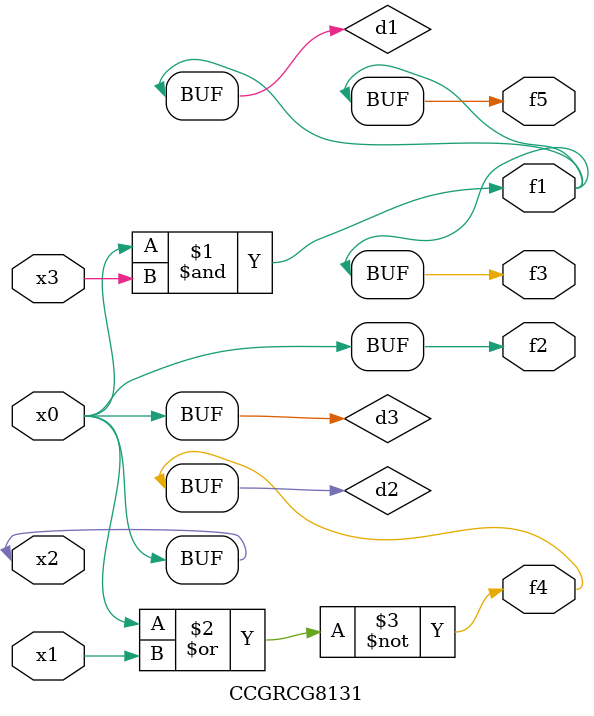
<source format=v>
module CCGRCG8131(
	input x0, x1, x2, x3,
	output f1, f2, f3, f4, f5
);

	wire d1, d2, d3;

	and (d1, x2, x3);
	nor (d2, x0, x1);
	buf (d3, x0, x2);
	assign f1 = d1;
	assign f2 = d3;
	assign f3 = d1;
	assign f4 = d2;
	assign f5 = d1;
endmodule

</source>
